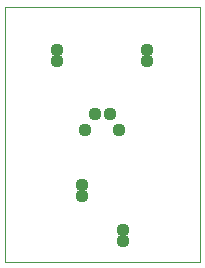
<source format=gbs>
G75*
%MOIN*%
%OFA0B0*%
%FSLAX24Y24*%
%IPPOS*%
%LPD*%
%AMOC8*
5,1,8,0,0,1.08239X$1,22.5*
%
%ADD10C,0.0000*%
%ADD11C,0.0437*%
D10*
X002392Y002517D02*
X002392Y011017D01*
X008892Y011017D01*
X008892Y002517D01*
X002392Y002517D01*
D11*
X004954Y004704D03*
X004954Y005079D03*
X006329Y003579D03*
X006329Y003204D03*
X006204Y006892D03*
X005892Y007454D03*
X005392Y007454D03*
X005079Y006892D03*
X004142Y009204D03*
X004142Y009579D03*
X007142Y009579D03*
X007142Y009204D03*
M02*

</source>
